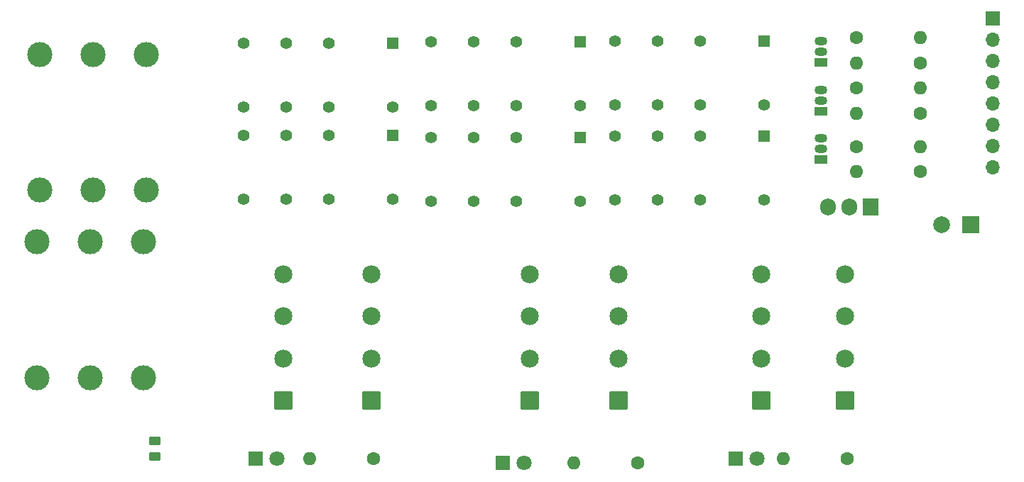
<source format=gbr>
%TF.GenerationSoftware,KiCad,Pcbnew,7.0.9*%
%TF.CreationDate,2024-06-30T00:12:16-04:00*%
%TF.ProjectId,Loop Board 3 Jackless Output,4c6f6f70-2042-46f6-9172-642033204a61,rev?*%
%TF.SameCoordinates,Original*%
%TF.FileFunction,Soldermask,Top*%
%TF.FilePolarity,Negative*%
%FSLAX46Y46*%
G04 Gerber Fmt 4.6, Leading zero omitted, Abs format (unit mm)*
G04 Created by KiCad (PCBNEW 7.0.9) date 2024-06-30 00:12:16*
%MOMM*%
%LPD*%
G01*
G04 APERTURE LIST*
G04 Aperture macros list*
%AMRoundRect*
0 Rectangle with rounded corners*
0 $1 Rounding radius*
0 $2 $3 $4 $5 $6 $7 $8 $9 X,Y pos of 4 corners*
0 Add a 4 corners polygon primitive as box body*
4,1,4,$2,$3,$4,$5,$6,$7,$8,$9,$2,$3,0*
0 Add four circle primitives for the rounded corners*
1,1,$1+$1,$2,$3*
1,1,$1+$1,$4,$5*
1,1,$1+$1,$6,$7*
1,1,$1+$1,$8,$9*
0 Add four rect primitives between the rounded corners*
20,1,$1+$1,$2,$3,$4,$5,0*
20,1,$1+$1,$4,$5,$6,$7,0*
20,1,$1+$1,$6,$7,$8,$9,0*
20,1,$1+$1,$8,$9,$2,$3,0*%
G04 Aperture macros list end*
%ADD10C,1.400000*%
%ADD11R,1.400000X1.400000*%
%ADD12R,1.700000X1.700000*%
%ADD13O,1.700000X1.700000*%
%ADD14O,1.500000X1.050000*%
%ADD15R,1.500000X1.050000*%
%ADD16RoundRect,0.102000X0.975000X-0.975000X0.975000X0.975000X-0.975000X0.975000X-0.975000X-0.975000X0*%
%ADD17C,2.154000*%
%ADD18R,1.800000X1.800000*%
%ADD19C,1.800000*%
%ADD20O,1.600000X1.600000*%
%ADD21C,1.600000*%
%ADD22C,3.000000*%
%ADD23R,1.905000X2.000000*%
%ADD24O,1.905000X2.000000*%
%ADD25RoundRect,0.250000X0.450000X-0.262500X0.450000X0.262500X-0.450000X0.262500X-0.450000X-0.262500X0*%
%ADD26R,2.000000X2.000000*%
%ADD27C,2.000000*%
G04 APERTURE END LIST*
D10*
%TO.C,Right3*%
X167520000Y-51720000D03*
X159900000Y-51720000D03*
X154820000Y-51720000D03*
X149740000Y-51720000D03*
X149740000Y-44100000D03*
X154820000Y-44100000D03*
X159900000Y-44100000D03*
D11*
X167520000Y-44100000D03*
%TD*%
D12*
%TO.C,J2*%
X239100000Y-41080000D03*
D13*
X239100000Y-43620000D03*
X239100000Y-46160000D03*
X239100000Y-48700000D03*
X239100000Y-51240000D03*
X239100000Y-53780000D03*
X239100000Y-56320000D03*
X239100000Y-58860000D03*
%TD*%
D14*
%TO.C,QL3*%
X218640000Y-55420000D03*
X218640000Y-56690000D03*
D15*
X218640000Y-57960000D03*
%TD*%
D16*
%TO.C,Return2*%
X183862500Y-86700000D03*
D17*
X183862500Y-81700000D03*
X183862500Y-76700000D03*
X183862500Y-71700000D03*
%TD*%
D18*
%TO.C,D2*%
X180687500Y-94200000D03*
D19*
X183227500Y-94200000D03*
%TD*%
D20*
%TO.C,LeftPD2*%
X230450000Y-49420000D03*
D21*
X222830000Y-49420000D03*
%TD*%
D16*
%TO.C,Send3*%
X165000000Y-86700000D03*
D17*
X165000000Y-81700000D03*
X165000000Y-76700000D03*
X165000000Y-71700000D03*
%TD*%
D22*
%TO.C,R1*%
X131785000Y-61615000D03*
X131785000Y-45385000D03*
X125435000Y-61615000D03*
X125435000Y-45385000D03*
X138135000Y-61615000D03*
X138135000Y-45385000D03*
%TD*%
D10*
%TO.C,Left/Mono3*%
X167520000Y-62720000D03*
X159900000Y-62720000D03*
X154820000Y-62720000D03*
X149740000Y-62720000D03*
X149740000Y-55100000D03*
X154820000Y-55100000D03*
X159900000Y-55100000D03*
D11*
X167520000Y-55100000D03*
%TD*%
D23*
%TO.C,U1*%
X224540000Y-63600000D03*
D24*
X222000000Y-63600000D03*
X219460000Y-63600000D03*
%TD*%
D20*
%TO.C,LeftPD3*%
X230450000Y-56420000D03*
D21*
X222830000Y-56420000D03*
%TD*%
%TO.C,RLed1*%
X221772500Y-93700000D03*
D20*
X214152500Y-93700000D03*
%TD*%
D14*
%TO.C,QL2*%
X218640000Y-49630000D03*
X218640000Y-50900000D03*
D15*
X218640000Y-52170000D03*
%TD*%
D20*
%TO.C,LGate3*%
X222830000Y-59420000D03*
D21*
X230450000Y-59420000D03*
%TD*%
D16*
%TO.C,Send2*%
X194500000Y-86700000D03*
D17*
X194500000Y-81700000D03*
X194500000Y-76700000D03*
X194500000Y-71700000D03*
%TD*%
D10*
%TO.C,Left/Mono1*%
X211840000Y-62777500D03*
X204220000Y-62777500D03*
X199140000Y-62777500D03*
X194060000Y-62777500D03*
X194060000Y-55157500D03*
X199140000Y-55157500D03*
X204220000Y-55157500D03*
D11*
X211840000Y-55157500D03*
%TD*%
D14*
%TO.C,QL1*%
X218640000Y-43840000D03*
X218640000Y-45110000D03*
D15*
X218640000Y-46380000D03*
%TD*%
D22*
%TO.C,L/Mono1*%
X131485000Y-84015000D03*
X131485000Y-67785000D03*
X125135000Y-84015000D03*
X125135000Y-67785000D03*
X137835000Y-84015000D03*
X137835000Y-67785000D03*
%TD*%
D10*
%TO.C,Right1*%
X211840000Y-51420000D03*
X204220000Y-51420000D03*
X199140000Y-51420000D03*
X194060000Y-51420000D03*
X194060000Y-43800000D03*
X199140000Y-43800000D03*
X204220000Y-43800000D03*
D11*
X211840000Y-43800000D03*
%TD*%
D25*
%TO.C,G_link1*%
X139200000Y-93412500D03*
X139200000Y-91587500D03*
%TD*%
D16*
%TO.C,Return3*%
X154500000Y-86700000D03*
D17*
X154500000Y-81700000D03*
X154500000Y-76700000D03*
X154500000Y-71700000D03*
%TD*%
D20*
%TO.C,LGate2*%
X222830000Y-52420000D03*
D21*
X230450000Y-52420000D03*
%TD*%
D20*
%TO.C,LGate1*%
X222830000Y-46420000D03*
D21*
X230450000Y-46420000D03*
%TD*%
D18*
%TO.C,D3*%
X151187500Y-93700000D03*
D19*
X153727500Y-93700000D03*
%TD*%
D16*
%TO.C,Return1*%
X211500000Y-86700000D03*
D17*
X211500000Y-81700000D03*
X211500000Y-76700000D03*
X211500000Y-71700000D03*
%TD*%
D16*
%TO.C,Send1*%
X221500000Y-86700000D03*
D17*
X221500000Y-81700000D03*
X221500000Y-76700000D03*
X221500000Y-71700000D03*
%TD*%
D18*
%TO.C,D1*%
X208422500Y-93700000D03*
D19*
X210962500Y-93700000D03*
%TD*%
D26*
%TO.C,C1*%
X236500000Y-65700000D03*
D27*
X233000000Y-65700000D03*
%TD*%
D20*
%TO.C,LeftPD1*%
X230450000Y-43420000D03*
D21*
X222830000Y-43420000D03*
%TD*%
D10*
%TO.C,Left/Mono2*%
X189877500Y-62982500D03*
X182257500Y-62982500D03*
X177177500Y-62982500D03*
X172097500Y-62982500D03*
X172097500Y-55362500D03*
X177177500Y-55362500D03*
X182257500Y-55362500D03*
D11*
X189877500Y-55362500D03*
%TD*%
D10*
%TO.C,Right2*%
X189877500Y-51482500D03*
X182257500Y-51482500D03*
X177177500Y-51482500D03*
X172097500Y-51482500D03*
X172097500Y-43862500D03*
X177177500Y-43862500D03*
X182257500Y-43862500D03*
D11*
X189877500Y-43862500D03*
%TD*%
D21*
%TO.C,RLed3*%
X165272500Y-93700000D03*
D20*
X157652500Y-93700000D03*
%TD*%
D21*
%TO.C,RLed2*%
X196772500Y-94200000D03*
D20*
X189152500Y-94200000D03*
%TD*%
M02*

</source>
